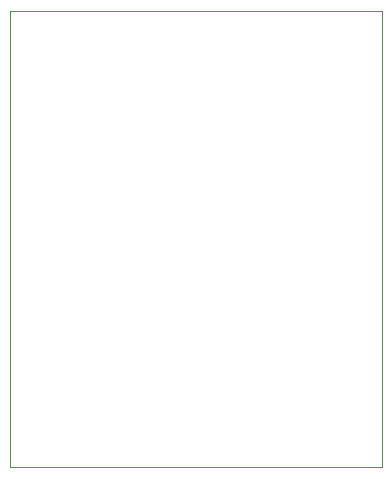
<source format=gbr>
%TF.GenerationSoftware,KiCad,Pcbnew,(7.0.0)*%
%TF.CreationDate,2023-10-26T14:35:27-04:00*%
%TF.ProjectId,RibbonBreakout,52696262-6f6e-4427-9265-616b6f75742e,rev?*%
%TF.SameCoordinates,Original*%
%TF.FileFunction,Profile,NP*%
%FSLAX46Y46*%
G04 Gerber Fmt 4.6, Leading zero omitted, Abs format (unit mm)*
G04 Created by KiCad (PCBNEW (7.0.0)) date 2023-10-26 14:35:27*
%MOMM*%
%LPD*%
G01*
G04 APERTURE LIST*
%TA.AperFunction,Profile*%
%ADD10C,0.050000*%
%TD*%
G04 APERTURE END LIST*
D10*
X134112000Y-76454000D02*
X165608000Y-76454000D01*
X165608000Y-76454000D02*
X165608000Y-115062000D01*
X165608000Y-115062000D02*
X134112000Y-115062000D01*
X134112000Y-115062000D02*
X134112000Y-76454000D01*
M02*

</source>
